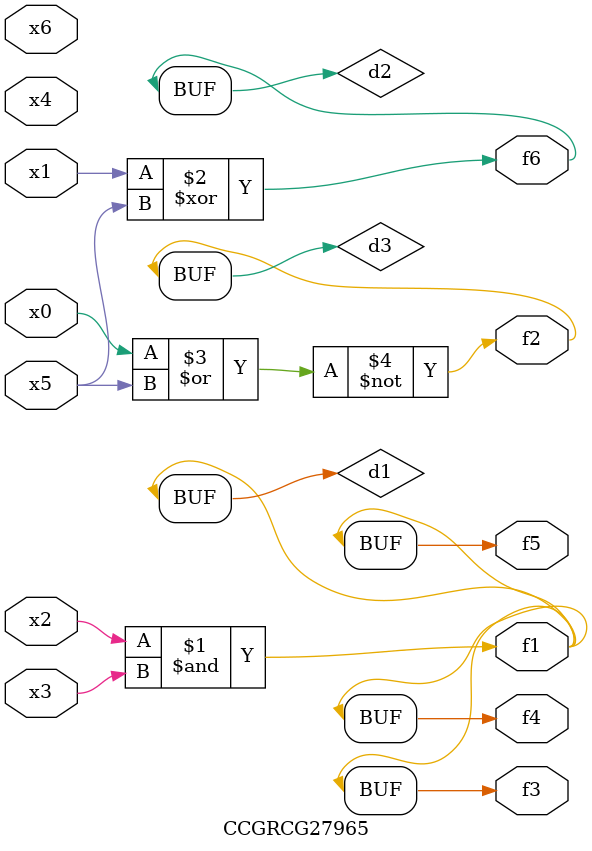
<source format=v>
module CCGRCG27965(
	input x0, x1, x2, x3, x4, x5, x6,
	output f1, f2, f3, f4, f5, f6
);

	wire d1, d2, d3;

	and (d1, x2, x3);
	xor (d2, x1, x5);
	nor (d3, x0, x5);
	assign f1 = d1;
	assign f2 = d3;
	assign f3 = d1;
	assign f4 = d1;
	assign f5 = d1;
	assign f6 = d2;
endmodule

</source>
